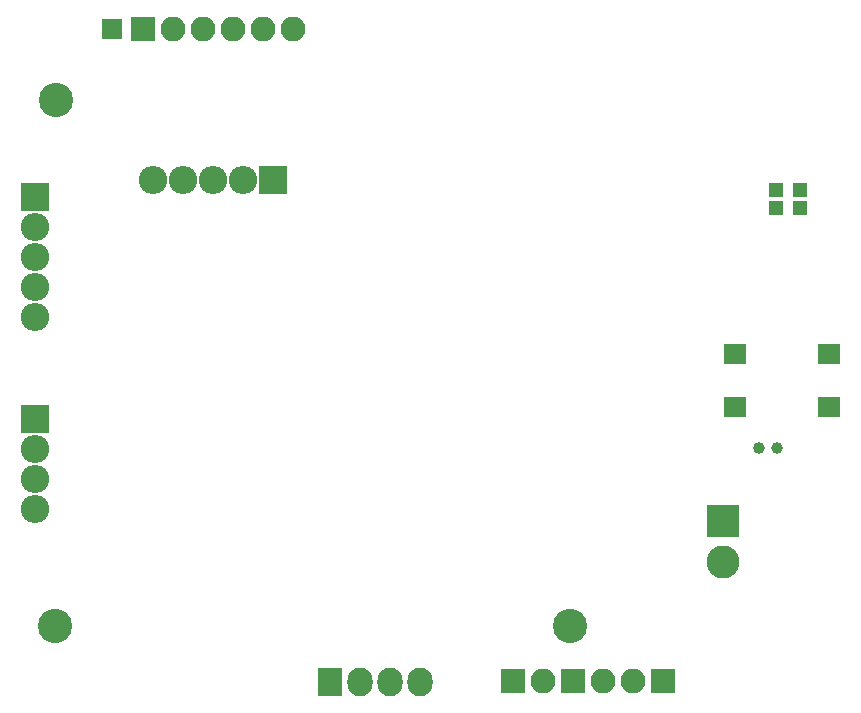
<source format=gbs>
G04 #@! TF.FileFunction,Soldermask,Bot*
%FSLAX46Y46*%
G04 Gerber Fmt 4.6, Leading zero omitted, Abs format (unit mm)*
G04 Created by KiCad (PCBNEW 4.0.7) date 2018 November 22, Thursday 00:19:32*
%MOMM*%
%LPD*%
G01*
G04 APERTURE LIST*
%ADD10C,0.050000*%
%ADD11C,2.900000*%
%ADD12R,1.289000X1.162000*%
%ADD13C,2.800000*%
%ADD14R,2.800000X2.800000*%
%ADD15R,2.100000X2.100000*%
%ADD16O,2.100000X2.100000*%
%ADD17R,1.950000X1.700000*%
%ADD18O,2.398980X2.398980*%
%ADD19R,2.398980X2.398980*%
%ADD20C,1.004800*%
%ADD21C,1.009600*%
%ADD22R,2.127200X2.432000*%
%ADD23O,2.127200X2.432000*%
%ADD24R,1.750000X1.750000*%
G04 APERTURE END LIST*
D10*
D11*
X17940000Y7500000D03*
X61500000Y7500000D03*
D12*
X80990000Y44417000D03*
X80990000Y42893000D03*
X78990000Y44417000D03*
X78990000Y42893000D03*
D13*
X74440000Y12855000D03*
D14*
X74440000Y16355000D03*
D15*
X69350000Y2830000D03*
D16*
X66810000Y2830000D03*
D15*
X56650000Y2830000D03*
D16*
X59190000Y2830000D03*
D17*
X75510000Y26005000D03*
X83460000Y26005000D03*
X75510000Y30505000D03*
X83460000Y30505000D03*
D15*
X61730000Y2830000D03*
D16*
X64270000Y2830000D03*
D11*
X18000000Y52000000D03*
D18*
X28710000Y45260000D03*
D19*
X36330000Y45260000D03*
D18*
X33790000Y45260000D03*
X31250000Y45260000D03*
X26170000Y45260000D03*
X16230000Y17380000D03*
D19*
X16230000Y25000000D03*
D18*
X16230000Y22460000D03*
X16230000Y19920000D03*
X16190000Y36180000D03*
D19*
X16190000Y43800000D03*
D18*
X16190000Y41260000D03*
X16190000Y38720000D03*
X16190000Y33640000D03*
D15*
X25360000Y58000000D03*
D16*
X27900000Y58000000D03*
X30440000Y58000000D03*
X32980000Y58000000D03*
X35520000Y58000000D03*
X38060000Y58000000D03*
D20*
X79000000Y22500000D03*
D21*
X77500000Y22500000D03*
D22*
X41170000Y2750000D03*
D23*
X43710000Y2750000D03*
X46250000Y2750000D03*
X48790000Y2750000D03*
D24*
X22750000Y58000000D03*
M02*

</source>
